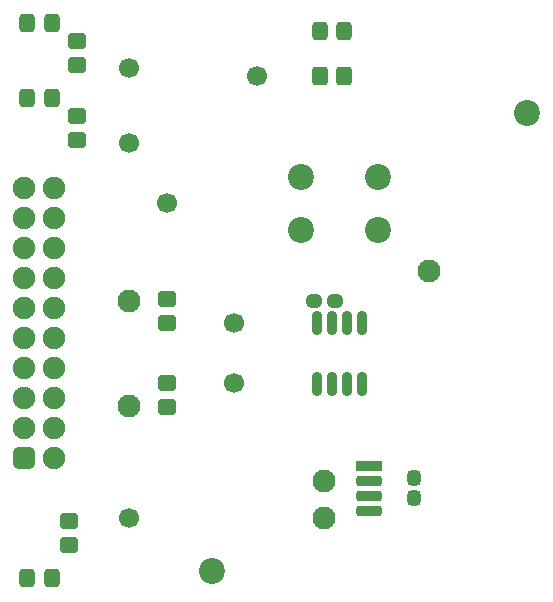
<source format=gbr>
%TF.GenerationSoftware,KiCad,Pcbnew,(6.0.7)*%
%TF.CreationDate,2022-10-05T11:52:24+02:00*%
%TF.ProjectId,STK3700_Expansion_board,53544b33-3730-4305-9f45-7870616e7369,rev?*%
%TF.SameCoordinates,Original*%
%TF.FileFunction,Soldermask,Top*%
%TF.FilePolarity,Negative*%
%FSLAX46Y46*%
G04 Gerber Fmt 4.6, Leading zero omitted, Abs format (unit mm)*
G04 Created by KiCad (PCBNEW (6.0.7)) date 2022-10-05 11:52:24*
%MOMM*%
%LPD*%
G01*
G04 APERTURE LIST*
G04 Aperture macros list*
%AMRoundRect*
0 Rectangle with rounded corners*
0 $1 Rounding radius*
0 $2 $3 $4 $5 $6 $7 $8 $9 X,Y pos of 4 corners*
0 Add a 4 corners polygon primitive as box body*
4,1,4,$2,$3,$4,$5,$6,$7,$8,$9,$2,$3,0*
0 Add four circle primitives for the rounded corners*
1,1,$1+$1,$2,$3*
1,1,$1+$1,$4,$5*
1,1,$1+$1,$6,$7*
1,1,$1+$1,$8,$9*
0 Add four rect primitives between the rounded corners*
20,1,$1+$1,$2,$3,$4,$5,0*
20,1,$1+$1,$4,$5,$6,$7,0*
20,1,$1+$1,$6,$7,$8,$9,0*
20,1,$1+$1,$8,$9,$2,$3,0*%
G04 Aperture macros list end*
%ADD10RoundRect,0.250000X0.150000X-0.725000X0.150000X0.725000X-0.150000X0.725000X-0.150000X-0.725000X0*%
%ADD11RoundRect,0.275000X-0.825000X-0.175000X0.825000X-0.175000X0.825000X0.175000X-0.825000X0.175000X0*%
%ADD12RoundRect,0.100000X-1.000000X-0.350000X1.000000X-0.350000X1.000000X0.350000X-1.000000X0.350000X0*%
%ADD13C,1.700000*%
%ADD14C,2.200000*%
%ADD15RoundRect,0.350000X-0.450000X0.350000X-0.450000X-0.350000X0.450000X-0.350000X0.450000X0.350000X0*%
%ADD16RoundRect,0.350000X0.450000X-0.350000X0.450000X0.350000X-0.450000X0.350000X-0.450000X-0.350000X0*%
%ADD17RoundRect,0.350000X-0.350000X-0.450000X0.350000X-0.450000X0.350000X0.450000X-0.350000X0.450000X0*%
%ADD18RoundRect,0.525000X-0.425000X-0.425000X0.425000X-0.425000X0.425000X0.425000X-0.425000X0.425000X0*%
%ADD19O,1.900000X1.900000*%
%ADD20C,1.900000*%
%ADD21RoundRect,0.350000X-0.325000X-0.450000X0.325000X-0.450000X0.325000X0.450000X-0.325000X0.450000X0*%
%ADD22RoundRect,0.337500X-0.237500X0.300000X-0.237500X-0.300000X0.237500X-0.300000X0.237500X0.300000X0*%
%ADD23RoundRect,0.337500X-0.300000X-0.237500X0.300000X-0.237500X0.300000X0.237500X-0.300000X0.237500X0*%
%ADD24C,1.950000*%
G04 APERTURE END LIST*
D10*
%TO.C,U1*%
X85725000Y-71085000D03*
X86995000Y-71085000D03*
X88265000Y-71085000D03*
X89535000Y-71085000D03*
X89535000Y-76235000D03*
X88265000Y-76235000D03*
X86995000Y-76235000D03*
X85725000Y-76235000D03*
%TD*%
D11*
%TO.C,U2*%
X90135000Y-86995000D03*
X90135000Y-85725000D03*
X90135000Y-84455000D03*
D12*
X90135000Y-83185000D03*
%TD*%
D13*
%TO.C,TP1*%
X69850000Y-55880000D03*
%TD*%
%TO.C,TP2*%
X69850000Y-49530000D03*
%TD*%
%TO.C,TP3*%
X80645000Y-50165000D03*
%TD*%
%TO.C,TP4*%
X73025000Y-60960000D03*
%TD*%
%TO.C,TP6*%
X78740000Y-71120000D03*
%TD*%
%TO.C,TP7*%
X78740000Y-76200000D03*
%TD*%
%TO.C,TP8*%
X69850000Y-87630000D03*
%TD*%
D14*
%TO.C,TP5*%
X103505000Y-53340000D03*
%TD*%
%TO.C,TP9*%
X76835000Y-92075000D03*
%TD*%
%TO.C,SW1*%
X84380000Y-63210000D03*
X90880000Y-63210000D03*
X84380000Y-58710000D03*
X90880000Y-58710000D03*
%TD*%
D15*
%TO.C,R4*%
X73025000Y-71104000D03*
X73025000Y-69104000D03*
%TD*%
D16*
%TO.C,R5*%
X73025000Y-76200000D03*
X73025000Y-78200000D03*
%TD*%
D15*
%TO.C,R6*%
X64770000Y-87900000D03*
X64770000Y-89900000D03*
%TD*%
D16*
%TO.C,R1*%
X65405000Y-55610000D03*
X65405000Y-53610000D03*
%TD*%
%TO.C,R2*%
X65405000Y-47260000D03*
X65405000Y-49260000D03*
%TD*%
D17*
%TO.C,R3*%
X85995000Y-50165000D03*
X87995000Y-50165000D03*
%TD*%
D18*
%TO.C,J1*%
X60960000Y-82550000D03*
D19*
X63500000Y-82550000D03*
X60960000Y-80010000D03*
X63500000Y-80010000D03*
X60960000Y-77470000D03*
X63500000Y-77470000D03*
X60960000Y-74930000D03*
X63500000Y-74930000D03*
X60960000Y-72390000D03*
X63500000Y-72390000D03*
X60960000Y-69850000D03*
X63500000Y-69850000D03*
X60960000Y-67310000D03*
X63500000Y-67310000D03*
X60960000Y-64770000D03*
X63500000Y-64770000D03*
X60960000Y-62230000D03*
X63500000Y-62230000D03*
X60960000Y-59690000D03*
D20*
X63500000Y-59690000D03*
%TD*%
D21*
%TO.C,D4*%
X63255000Y-92710000D03*
X61205000Y-92710000D03*
%TD*%
%TO.C,D1*%
X63255000Y-52070000D03*
X61205000Y-52070000D03*
%TD*%
%TO.C,D2*%
X63255000Y-45720000D03*
X61205000Y-45720000D03*
%TD*%
%TO.C,D3*%
X88020000Y-46355000D03*
X85970000Y-46355000D03*
%TD*%
D22*
%TO.C,C2*%
X93980000Y-85952500D03*
X93980000Y-84227500D03*
%TD*%
D23*
%TO.C,C1*%
X87222500Y-69215000D03*
X85497500Y-69215000D03*
%TD*%
D24*
X95250000Y-66675000D03*
X86360000Y-84455000D03*
X86360000Y-87630000D03*
X69850000Y-69215000D03*
X69850000Y-78105000D03*
M02*

</source>
